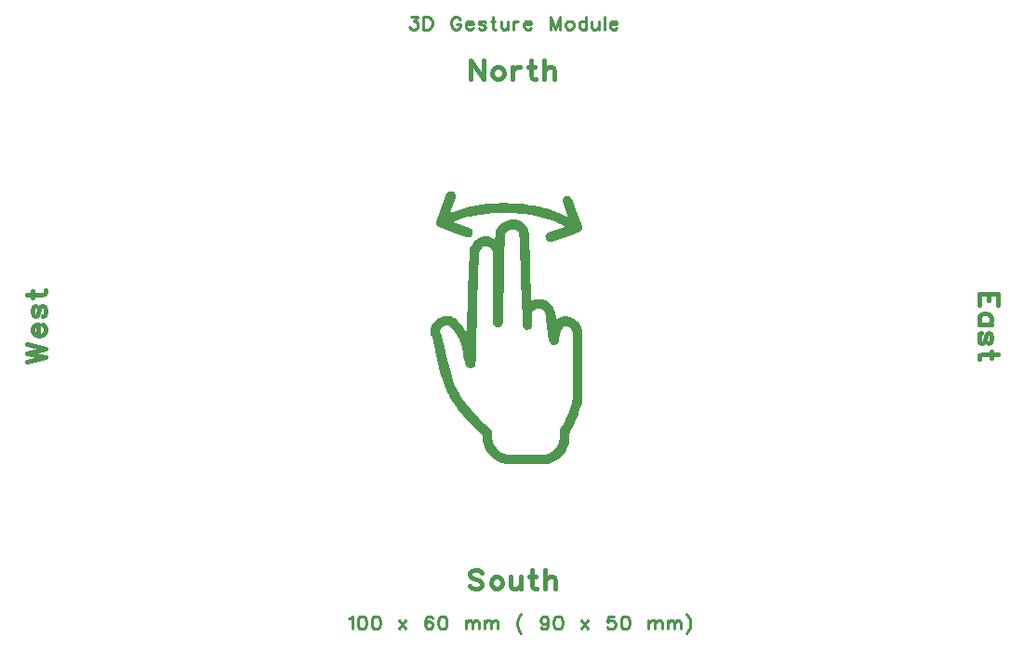
<source format=gto>
G04 Layer: TopSilkscreenLayer*
G04 EasyEDA Pro v2.2.36.5, 2025-02-22 11:45:42*
G04 Gerber Generator version 0.3*
G04 Scale: 100 percent, Rotated: No, Reflected: No*
G04 Dimensions in millimeters*
G04 Leading zeros omitted, absolute positions, 4 integers and 5 decimals*
%FSLAX45Y45*%
%MOMM*%
%ADD10C,0.4*%
%ADD11C,0.254*%
G75*


G04 Image Start*
G36*
G01X5300502Y1741759D02*
G01X5132519Y1741181D01*
G01X4964537Y1740603D01*
G01X4950224Y1742360D01*
G01X4935910Y1744116D01*
G01X4918554Y1748669D01*
G01X4901198Y1753222D01*
G01X4883896Y1760608D01*
G01X4866593Y1767995D01*
G01X4854127Y1775534D01*
G01X4841661Y1783073D01*
G01X4829995Y1791706D01*
G01X4818330Y1800338D01*
G01X4801998Y1816875D01*
G01X4785667Y1833412D01*
G01X4775206Y1848150D01*
G01X4764746Y1862889D01*
G01X4755475Y1881552D01*
G01X4746205Y1900216D01*
G01X4736730Y1928992D01*
G01X4733383Y1944932D01*
G01X4730036Y1960872D01*
G01X4729076Y1984325D01*
G01X4728117Y2007779D01*
G01X4690788Y2041729D01*
G01X4652543Y2079842D01*
G01X4614299Y2117956D01*
G01X4598683Y2135064D01*
G01X4583067Y2152172D01*
G01X4567204Y2170058D01*
G01X4551342Y2187944D01*
G01X4527571Y2217495D01*
G01X4503801Y2247045D01*
G01X4490634Y2264931D01*
G01X4477466Y2282817D01*
G01X4464851Y2301480D01*
G01X4452235Y2320144D01*
G01X4437249Y2345028D01*
G01X4422264Y2369913D01*
G01X4410121Y2394798D01*
G01X4397977Y2419682D01*
G01X4385058Y2451601D01*
G01X4371957Y2490854D01*
G01X4358856Y2530107D01*
G01X4343056Y2585198D01*
G01X4333864Y2622197D01*
G01X4324671Y2659196D01*
G01X4316631Y2697301D01*
G01X4308591Y2735405D01*
G01X4298703Y2780509D01*
G01X4288816Y2825612D01*
G01X4283308Y2845831D01*
G01X4277800Y2866050D01*
G01X4268519Y2891712D01*
G01X4259237Y2917374D01*
G01X4256869Y2928752D01*
G01X4254500Y2940129D01*
G01X4254500Y2967143D01*
G01X4342380Y2967143D01*
G01X4342699Y2943814D01*
G01X4349098Y2928028D01*
G01X4355496Y2912242D01*
G01X4369808Y2864494D01*
G01X4375150Y2842466D01*
G01X4380493Y2820437D01*
G01X4393742Y2757703D01*
G01X4406992Y2694968D01*
G01X4414137Y2664640D01*
G01X4421282Y2634312D01*
G01X4438277Y2572100D01*
G01X4458505Y2508334D01*
G01X4477093Y2458564D01*
G01X4488531Y2435235D01*
G01X4499970Y2411906D01*
G01X4513936Y2388576D01*
G01X4527902Y2365247D01*
G01X4546602Y2338593D01*
G01X4565303Y2311940D01*
G01X4579794Y2293490D01*
G01X4594285Y2275040D01*
G01X4601321Y2266486D01*
G01X4608356Y2257932D01*
G01X4626605Y2236667D01*
G01X4644853Y2215401D01*
G01X4669551Y2189231D01*
G01X4694250Y2163060D01*
G01X4711961Y2145159D01*
G01X4729673Y2127258D01*
G01X4749135Y2108609D01*
G01X4768597Y2089961D01*
G01X4807963Y2054924D01*
G01X4811564Y2047558D01*
G01X4815165Y2040192D01*
G01X4816182Y2006753D01*
G01X4817199Y1973314D01*
G01X4819608Y1962428D01*
G01X4822017Y1951540D01*
G01X4826484Y1938927D01*
G01X4830951Y1926313D01*
G01X4837861Y1914233D01*
G01X4844772Y1902152D01*
G01X4854960Y1889519D01*
G01X4865148Y1876886D01*
G01X4890264Y1856668D01*
G01X4902209Y1849835D01*
G01X4914155Y1843001D01*
G01X4924570Y1839205D01*
G01X4934984Y1835409D01*
G01X4946650Y1832120D01*
G01X4946650Y1832120D01*
G01X4958316Y1828831D01*
G01X5272505Y1827766D01*
G01X5289320Y1830231D01*
G01X5306135Y1832696D01*
G01X5317317Y1836709D01*
G01X5328499Y1840723D01*
G01X5339079Y1845929D01*
G01X5349659Y1851136D01*
G01X5370801Y1865320D01*
G01X5381371Y1875769D01*
G01X5391940Y1886218D01*
G01X5400139Y1897232D01*
G01X5408336Y1908246D01*
G01X5413881Y1919124D01*
G01X5419425Y1930003D01*
G01X5423411Y1940592D01*
G01X5427397Y1951181D01*
G01X5432411Y1973314D01*
G01X5433366Y2018418D01*
G01X5434322Y2063521D01*
G01X5436790Y2068965D01*
G01X5439257Y2074408D01*
G01X5448748Y2087628D01*
G01X5458240Y2100848D01*
G01X5465166Y2112513D01*
G01X5472091Y2124178D01*
G01X5482213Y2144396D01*
G01X5492335Y2164615D01*
G01X5513092Y2214384D01*
G01X5538960Y2292149D01*
G01X5545364Y2314876D01*
G01X5551767Y2337604D01*
G01X5551294Y2639154D01*
G01X5550821Y2940704D01*
G01X5548411Y2949258D01*
G01X5546001Y2957812D01*
G01X5541795Y2966033D01*
G01X5537591Y2974254D01*
G01X5532284Y2980127D01*
G01X5526979Y2985999D01*
G01X5519172Y2990248D01*
G01X5511365Y2994497D01*
G01X5496482Y2998807D01*
G01X5487667Y2999858D01*
G01X5478852Y3000908D01*
G01X5467599Y2997195D01*
G01X5455598Y2981141D01*
G01X5444196Y2958310D01*
G01X5438933Y2942508D01*
G01X5433671Y2926706D01*
G01X5429775Y2909598D01*
G01X5425878Y2892490D01*
G01X5421429Y2858125D01*
G01X5418187Y2851769D01*
G01X5414944Y2845413D01*
G01X5410038Y2840507D01*
G01X5405131Y2835601D01*
G01X5392270Y2829009D01*
G01X5381254Y2828289D01*
G01X5370237Y2827569D01*
G01X5363004Y2830769D01*
G01X5355770Y2833968D01*
G01X5350191Y2838224D01*
G01X5344611Y2842479D01*
G01X5336806Y2857881D01*
G01X5334670Y2868186D01*
G01X5332533Y2878492D01*
G01X5326302Y2915819D01*
G01X5320072Y2953146D01*
G01X5316174Y2981141D01*
G01X5312276Y3009136D01*
G01X5310670Y3023912D01*
G01X5309063Y3038687D01*
G01X5306088Y3094677D01*
G01X5303002Y3106605D01*
G01X5299916Y3118532D01*
G01X5296501Y3125268D01*
G01X5293085Y3132004D01*
G01X5286964Y3139347D01*
G01X5280845Y3146690D01*
G01X5270611Y3151728D01*
G01X5260378Y3156765D01*
G01X5246221Y3157375D01*
G01X5232065Y3157986D01*
G01X5213515Y3154539D01*
G01X5204125Y3150097D01*
G01X5194735Y3145655D01*
G01X5181425Y3132455D01*
G01X5176770Y3123453D01*
G01X5179841Y3007960D01*
G01X5176656Y2993112D01*
G01X5172231Y2986134D01*
G01X5167806Y2979157D01*
G01X5161050Y2974541D01*
G01X5154295Y2969926D01*
G01X5148237Y2967951D01*
G01X5142180Y2965976D01*
G01X5123096Y2967508D01*
G01X5116572Y2970835D01*
G01X5110049Y2974163D01*
G01X5098683Y2985529D01*
G01X5092293Y2999805D01*
G01X5089759Y3063571D01*
G01X5078137Y3421288D01*
G01X5066516Y3779004D01*
G01X5063696Y3841215D01*
G01X5056823Y3858320D01*
G01X5051469Y3864854D01*
G01X5046114Y3871389D01*
G01X5026753Y3880635D01*
G01X5011199Y3881749D01*
G01X4999372Y3880628D01*
G01X4987546Y3879507D01*
G01X4978480Y3876321D01*
G01X4969414Y3873135D01*
G01X4960855Y3868062D01*
G01X4952296Y3862989D01*
G01X4934286Y3845183D01*
G01X4933520Y3841643D01*
G01X4932754Y3838105D01*
G01X4927216Y3607922D01*
G01X4921678Y3377740D01*
G01X4917918Y3220655D01*
G01X4914158Y3063571D01*
G01X4913350Y3044130D01*
G01X4912542Y3024689D01*
G01X4910614Y3018671D01*
G01X4908685Y3012654D01*
G01X4894895Y2997317D01*
G01X4888822Y2994219D01*
G01X4882750Y2991121D01*
G01X4872939Y2990205D01*
G01X4863128Y2989289D01*
G01X4854777Y2992063D01*
G01X4846427Y2994836D01*
G01X4830544Y3010718D01*
G01X4827636Y3018481D01*
G01X4824729Y3026244D01*
G01X4823782Y3127338D01*
G01X4822296Y3406250D01*
G01X4820811Y3685162D01*
G01X4816568Y3692400D01*
G01X4812326Y3699638D01*
G01X4805408Y3707034D01*
G01X4798490Y3714430D01*
G01X4791331Y3719171D01*
G01X4784172Y3723912D01*
G01X4776162Y3726241D01*
G01X4768152Y3728569D01*
G01X4747837Y3728725D01*
G01X4733473Y3722371D01*
G01X4719297Y3710756D01*
G01X4705649Y3691631D01*
G01X4700216Y3680105D01*
G01X4694783Y3668578D01*
G01X4681508Y3207435D01*
G01X4668233Y2746292D01*
G01X4666724Y2699185D01*
G01X4665216Y2652077D01*
G01X4661982Y2644749D01*
G01X4658749Y2637422D01*
G01X4647237Y2625528D01*
G01X4640237Y2622243D01*
G01X4633238Y2618958D01*
G01X4621573Y2618859D01*
G01X4609907Y2618759D01*
G01X4602469Y2622559D01*
G01X4595031Y2626359D01*
G01X4578364Y2643831D01*
G01X4568718Y2662940D01*
G01X4564795Y2676475D01*
G01X4560872Y2690010D01*
G01X4554663Y2732927D01*
G01X4548454Y2775843D01*
G01X4546846Y2784397D01*
G01X4545238Y2792951D01*
G01X4542848Y2803838D01*
G01X4540459Y2814725D01*
G01X4527573Y2853607D01*
G01X4514835Y2879269D01*
G01X4502098Y2904932D01*
G01X4489831Y2924460D01*
G01X4477564Y2943988D01*
G01X4465256Y2960232D01*
G01X4452949Y2976475D01*
G01X4439487Y2989951D01*
G01X4426026Y3003427D01*
G01X4420429Y3004972D01*
G01X4414832Y3006517D01*
G01X4402800Y3005024D01*
G01X4390768Y3003530D01*
G01X4367869Y2993998D01*
G01X4358991Y2987325D01*
G01X4350114Y2980652D01*
G01X4346247Y2973898D01*
G01X4342380Y2967143D01*
G01X4254500Y2967143D01*
G01X4254500Y2973645D01*
G01X4257627Y2985947D01*
G01X4260753Y2998249D01*
G01X4266714Y3010719D01*
G01X4272674Y3023189D01*
G01X4280103Y3032493D01*
G01X4287531Y3041797D01*
G01X4295513Y3049319D01*
G01X4303495Y3056842D01*
G01X4328381Y3073127D01*
G01X4355538Y3084731D01*
G01X4370735Y3088676D01*
G01X4385931Y3092620D01*
G01X4403411Y3093476D01*
G01X4420892Y3094332D01*
G01X4445036Y3090466D01*
G01X4453879Y3086889D01*
G01X4462722Y3083312D01*
G01X4470988Y3077823D01*
G01X4479254Y3072333D01*
G01X4490920Y3062325D01*
G01X4502585Y3052318D01*
G01X4527696Y3023134D01*
G01X4539783Y3007075D01*
G01X4551871Y2991016D01*
G01X4563780Y2971864D01*
G01X4575689Y2952713D01*
G01X4580691Y2944375D01*
G01X4585694Y2936038D01*
G01X4585780Y2942259D01*
G01X4585866Y2948480D01*
G01X4596570Y3317138D01*
G01X4607273Y3685796D01*
G01X4611318Y3697846D01*
G01X4615364Y3709895D01*
G01X4626657Y3732345D01*
G01X4635344Y3745565D01*
G01X4644030Y3758785D01*
G01X4657263Y3772530D01*
G01X4670496Y3786275D01*
G01X4682975Y3794429D01*
G01X4695454Y3802584D01*
G01X4714180Y3810740D01*
G01X4723482Y3813325D01*
G01X4732783Y3815910D01*
G01X4751448Y3816680D01*
G01X4770113Y3817450D01*
G01X4783841Y3814874D01*
G01X4797570Y3812297D01*
G01X4823581Y3802886D01*
G01X4833399Y3796945D01*
G01X4843216Y3791004D01*
G01X4844373Y3825441D01*
G01X4845529Y3859879D01*
G01X4847879Y3867813D01*
G01X4850229Y3875748D01*
G01X4856649Y3885699D01*
G01X4863069Y3895650D01*
G01X4881851Y3918017D01*
G01X4902383Y3935119D01*
G01X4907796Y3938779D01*
G01X4913209Y3942438D01*
G01X4921764Y3947308D01*
G01X4930318Y3952178D01*
G01X4938873Y3955579D01*
G01X4947428Y3958979D01*
G01X4958316Y3962114D01*
G01X4969203Y3965248D01*
G01X4983202Y3967326D01*
G01X4997200Y3969403D01*
G01X5017420Y3968740D01*
G01X5037640Y3968077D01*
G01X5054750Y3963505D01*
G01X5061933Y3961208D01*
G01X5069117Y3958911D01*
G01X5075932Y3955446D01*
G01X5082747Y3951980D01*
G01X5091893Y3945783D01*
G01X5101040Y3939584D01*
G01X5119119Y3921224D01*
G01X5126024Y3910770D01*
G01X5132929Y3900316D01*
G01X5136848Y3892506D01*
G01X5140767Y3884696D01*
G01X5144131Y3874620D01*
G01X5147495Y3864545D01*
G01X5149734Y3853658D01*
G01X5151974Y3842770D01*
G01X5162131Y3538788D01*
G01X5172289Y3234805D01*
G01X5172846Y3234248D01*
G01X5173403Y3233691D01*
G01X5183078Y3236867D01*
G01X5192754Y3240043D01*
G01X5204632Y3242564D01*
G01X5216511Y3245086D01*
G01X5239842Y3245112D01*
G01X5263173Y3245137D01*
G01X5274941Y3242746D01*
G01X5286709Y3240356D01*
G01X5299176Y3235548D01*
G01X5311643Y3230741D01*
G01X5321252Y3224921D01*
G01X5330860Y3219100D01*
G01X5350947Y3201116D01*
G01X5365055Y3182781D01*
G01X5371171Y3171390D01*
G01X5377286Y3159999D01*
G01X5380671Y3151445D01*
G01X5384056Y3142891D01*
G01X5386982Y3132463D01*
G01X5389909Y3122035D01*
G01X5392193Y3107578D01*
G01X5394476Y3093122D01*
G01X5395541Y3071798D01*
G01X5396605Y3050473D01*
G01X5407220Y3060301D01*
G01X5417836Y3070128D01*
G01X5443598Y3083136D01*
G01X5452153Y3085388D01*
G01X5460708Y3087641D01*
G01X5480388Y3087660D01*
G01X5500069Y3087678D01*
G01X5514607Y3084729D01*
G01X5529145Y3081779D01*
G01X5540033Y3077656D01*
G01X5550920Y3073533D01*
G01X5560921Y3068039D01*
G01X5570922Y3062545D01*
G01X5579685Y3055803D01*
G01X5588448Y3049060D01*
G01X5597321Y3039477D01*
G01X5606195Y3029893D01*
G01X5611557Y3021511D01*
G01X5616920Y3013128D01*
G01X5620897Y3005279D01*
G01X5624874Y2997431D01*
G01X5629441Y2983800D01*
G01X5634009Y2970168D01*
G01X5636398Y2955436D01*
G01X5638788Y2940704D01*
G01X5638794Y2632238D01*
G01X5638800Y2323773D01*
G01X5632397Y2298370D01*
G01X5621443Y2261043D01*
G01X5605973Y2212829D01*
G01X5599699Y2195721D01*
G01X5593425Y2178613D01*
G01X5577731Y2139730D01*
G01X5564942Y2113134D01*
G01X5552153Y2086538D01*
G01X5543142Y2071141D01*
G01X5534130Y2055745D01*
G01X5528001Y2046928D01*
G01X5521872Y2038112D01*
G01X5521267Y2004906D01*
G01X5520660Y1971700D01*
G01X5517493Y1953174D01*
G01X5514325Y1934648D01*
G01X5508254Y1916491D01*
G01X5502183Y1898334D01*
G01X5494870Y1883722D01*
G01X5487557Y1869110D01*
G01X5479473Y1856668D01*
G01X5471389Y1844226D01*
G01X5459216Y1829723D01*
G01X5447043Y1815220D01*
G01X5417431Y1790323D01*
G01X5395316Y1775401D01*
G01X5363149Y1759260D01*
G01X5346837Y1753802D01*
G01X5330525Y1748344D01*
G01X5315514Y1745052D01*
G01X5300502Y1741759D01*
G37*
G36*
G01X5572696Y3845399D02*
G01X5555587Y3839171D01*
G01X5456041Y3802866D01*
G01X5356496Y3766561D01*
G01X5344053Y3766598D01*
G01X5331610Y3766635D01*
G01X5326166Y3769492D01*
G01X5320722Y3772348D01*
G01X5308793Y3783669D01*
G01X5305608Y3789845D01*
G01X5302422Y3796020D01*
G01X5301677Y3805398D01*
G01X5300933Y3814775D01*
G01X5304380Y3827512D01*
G01X5308698Y3833939D01*
G01X5313015Y3840368D01*
G01X5319202Y3844878D01*
G01X5325388Y3849390D01*
G01X5399269Y3876066D01*
G01X5473151Y3902743D01*
G01X5476230Y3904006D01*
G01X5479310Y3905269D01*
G01X5472342Y3909678D01*
G01X5465374Y3914087D01*
G01X5440488Y3926911D01*
G01X5415601Y3939735D01*
G01X5389774Y3950689D01*
G01X5363947Y3961642D01*
G01X5330669Y3972704D01*
G01X5297391Y3983766D01*
G01X5267839Y3991319D01*
G01X5238286Y3998872D01*
G01X5207178Y4005127D01*
G01X5176071Y4011381D01*
G01X5150407Y4015293D01*
G01X5124742Y4019205D01*
G01X5106856Y4021520D01*
G01X5088968Y4023834D01*
G01X5060971Y4026192D01*
G01X5032975Y4028551D01*
G01X5006204Y4030144D01*
G01X4979433Y4031738D01*
G01X4884890Y4031738D01*
G01X4853166Y4030162D01*
G01X4821441Y4028587D01*
G01X4767002Y4023792D01*
G01X4743671Y4020750D01*
G01X4720340Y4017707D01*
G01X4704978Y4015327D01*
G01X4689616Y4012947D01*
G01X4665316Y4008325D01*
G01X4641015Y4003701D01*
G01X4616129Y3998154D01*
G01X4591243Y3992607D01*
G01X4536804Y3976995D01*
G01X4516584Y3970010D01*
G01X4496364Y3963026D01*
G01X4464528Y3950646D01*
G01X4463061Y3948273D01*
G01X4599020Y3899125D01*
G01X4621559Y3889922D01*
G01X4633848Y3875962D01*
G01X4636459Y3868101D01*
G01X4639070Y3860240D01*
G01X4638332Y3849950D01*
G01X4637593Y3839660D01*
G01X4634380Y3833369D01*
G01X4631167Y3827078D01*
G01X4624157Y3820616D01*
G01X4617146Y3814154D01*
G01X4599289Y3808963D01*
G01X4591335Y3809898D01*
G01X4583382Y3810833D01*
G01X4459386Y3855921D01*
G01X4335389Y3901009D01*
G01X4330905Y3903328D01*
G01X4326421Y3905647D01*
G01X4321492Y3909794D01*
G01X4316563Y3913941D01*
G01X4312416Y3921904D01*
G01X4308269Y3929867D01*
G01X4308161Y3953196D01*
G01X4338023Y4034848D01*
G01X4367886Y4116501D01*
G01X4384297Y4161404D01*
G01X4400707Y4206306D01*
G01X4400707Y4207555D01*
G01X4407317Y4214755D01*
G01X4413928Y4221955D01*
G01X4421705Y4225592D01*
G01X4429482Y4229229D01*
G01X4438814Y4229236D01*
G01X4448146Y4229242D01*
G01X4459733Y4226025D01*
G01X4466350Y4220978D01*
G01X4472966Y4215932D01*
G01X4477250Y4208987D01*
G01X4481535Y4202042D01*
G01X4483025Y4194145D01*
G01X4484516Y4186248D01*
G01X4480595Y4167826D01*
G01X4464050Y4122722D01*
G01X4447505Y4077619D01*
G01X4439146Y4054906D01*
G01X4430787Y4032194D01*
G01X4444039Y4037538D01*
G01X4457291Y4042881D01*
G01X4482271Y4051382D01*
G01X4507251Y4059883D01*
G01X4536631Y4068405D01*
G01X4566011Y4076926D01*
G01X4589514Y4082230D01*
G01X4613018Y4087535D01*
G01X4636349Y4092260D01*
G01X4659680Y4096986D01*
G01X4731228Y4107747D01*
G01X4761558Y4110954D01*
G01X4791888Y4114161D01*
G01X4812109Y4115677D01*
G01X4832329Y4117192D01*
G01X4934819Y4120935D01*
G01X4980008Y4119045D01*
G01X5025198Y4117154D01*
G01X5053194Y4114940D01*
G01X5081191Y4112726D01*
G01X5135618Y4106244D01*
G01X5162066Y4102328D01*
G01X5188514Y4098413D01*
G01X5242952Y4087530D01*
G01X5268617Y4081366D01*
G01X5294280Y4075202D01*
G01X5316056Y4069103D01*
G01X5337831Y4063005D01*
G01X5397030Y4042814D01*
G01X5421092Y4032779D01*
G01X5445154Y4022744D01*
G01X5461485Y4015026D01*
G01X5477817Y4007307D01*
G01X5492454Y3999295D01*
G01X5507092Y3991282D01*
G01X5507442Y3991680D01*
G01X5507793Y3992078D01*
G01X5482228Y4062066D01*
G01X5456662Y4132054D01*
G01X5456604Y4142407D01*
G01X5456545Y4152759D01*
G01X5459553Y4159515D01*
G01X5462562Y4166270D01*
G01X5469034Y4172708D01*
G01X5475506Y4179146D01*
G01X5481208Y4181852D01*
G01X5486910Y4184557D01*
G01X5496538Y4185330D01*
G01X5506165Y4186103D01*
G01X5521708Y4180941D01*
G01X5528038Y4175523D01*
G01X5534368Y4170105D01*
G01X5537458Y4165077D01*
G01X5540547Y4160049D01*
G01X5586077Y4035626D01*
G01X5631608Y3911203D01*
G01X5631704Y3897983D01*
G01X5631801Y3884763D01*
G01X5627534Y3877506D01*
G01X5623268Y3870249D01*
G01X5610365Y3859206D01*
G01X5600085Y3855416D01*
G01X5589805Y3851627D01*
G01X5572696Y3845399D01*
G37*
G04 Image End*

G04 Text Start*
G54D10*
G01X4622589Y5417396D02*
G01X4622589Y5246962D01*
G01X4622589Y5417396D02*
G01X4736381Y5246962D01*
G01X4736381Y5417396D02*
G01X4736381Y5246962D01*
G01X4856015Y5360500D02*
G01X4839759Y5352626D01*
G01X4823503Y5336370D01*
G01X4815375Y5311986D01*
G01X4815375Y5295730D01*
G01X4823503Y5271346D01*
G01X4839759Y5255090D01*
G01X4856015Y5246962D01*
G01X4880399Y5246962D01*
G01X4896655Y5255090D01*
G01X4912911Y5271346D01*
G01X4921039Y5295730D01*
G01X4921039Y5311986D01*
G01X4912911Y5336370D01*
G01X4896655Y5352626D01*
G01X4880399Y5360500D01*
G01X4856015Y5360500D01*
G01X5000033Y5360500D02*
G01X5000033Y5246962D01*
G01X5000033Y5311986D02*
G01X5008161Y5336370D01*
G01X5024417Y5352626D01*
G01X5040673Y5360500D01*
G01X5065057Y5360500D01*
G01X5168435Y5417396D02*
G01X5168435Y5279474D01*
G01X5176563Y5255090D01*
G01X5192819Y5246962D01*
G01X5209075Y5246962D01*
G01X5144051Y5360500D02*
G01X5200947Y5360500D01*
G01X5288069Y5417396D02*
G01X5288069Y5246962D01*
G01X5288069Y5328242D02*
G01X5312453Y5352626D01*
G01X5328709Y5360500D01*
G01X5353093Y5360500D01*
G01X5369349Y5352626D01*
G01X5377477Y5328242D01*
G01X5377477Y5246962D01*
G01X4724189Y753012D02*
G01X4707933Y769268D01*
G01X4683549Y777396D01*
G01X4651037Y777396D01*
G01X4626653Y769268D01*
G01X4610397Y753012D01*
G01X4610397Y736756D01*
G01X4618525Y720500D01*
G01X4626653Y712626D01*
G01X4642909Y704498D01*
G01X4691677Y688242D01*
G01X4707933Y680114D01*
G01X4716061Y671986D01*
G01X4724189Y655730D01*
G01X4724189Y631346D01*
G01X4707933Y615090D01*
G01X4683549Y606962D01*
G01X4651037Y606962D01*
G01X4626653Y615090D01*
G01X4610397Y631346D01*
G01X4843823Y720500D02*
G01X4827567Y712626D01*
G01X4811311Y696370D01*
G01X4803183Y671986D01*
G01X4803183Y655730D01*
G01X4811311Y631346D01*
G01X4827567Y615090D01*
G01X4843823Y606962D01*
G01X4868207Y606962D01*
G01X4884463Y615090D01*
G01X4900719Y631346D01*
G01X4908847Y655730D01*
G01X4908847Y671986D01*
G01X4900719Y696370D01*
G01X4884463Y712626D01*
G01X4868207Y720500D01*
G01X4843823Y720500D01*
G01X4987841Y720500D02*
G01X4987841Y639474D01*
G01X4995969Y615090D01*
G01X5012225Y606962D01*
G01X5036609Y606962D01*
G01X5052865Y615090D01*
G01X5077249Y639474D01*
G01X5077249Y720500D02*
G01X5077249Y606962D01*
G01X5180627Y777396D02*
G01X5180627Y639474D01*
G01X5188755Y615090D01*
G01X5205011Y606962D01*
G01X5221267Y606962D01*
G01X5156243Y720500D02*
G01X5213139Y720500D01*
G01X5300261Y777396D02*
G01X5300261Y606962D01*
G01X5300261Y688242D02*
G01X5324645Y712626D01*
G01X5340901Y720500D01*
G01X5365285Y720500D01*
G01X5381541Y712626D01*
G01X5389669Y688242D01*
G01X5389669Y606962D01*
G01X577604Y2674278D02*
G01X748038Y2714918D01*
G01X577604Y2755558D02*
G01X748038Y2714918D01*
G01X577604Y2755558D02*
G01X748038Y2796198D01*
G01X577604Y2836838D02*
G01X748038Y2796198D01*
G01X683014Y2915832D02*
G01X683014Y3013368D01*
G01X666758Y3013368D01*
G01X650502Y3005240D01*
G01X642374Y2997112D01*
G01X634500Y2980856D01*
G01X634500Y2956472D01*
G01X642374Y2940216D01*
G01X658630Y2923960D01*
G01X683014Y2915832D01*
G01X699270Y2915832D01*
G01X723654Y2923960D01*
G01X739910Y2940216D01*
G01X748038Y2956472D01*
G01X748038Y2980856D01*
G01X739910Y2997112D01*
G01X723654Y3013368D01*
G01X658630Y3181770D02*
G01X642374Y3173642D01*
G01X634500Y3149258D01*
G01X634500Y3124874D01*
G01X642374Y3100490D01*
G01X658630Y3092362D01*
G01X674886Y3100490D01*
G01X683014Y3116746D01*
G01X691142Y3157386D01*
G01X699270Y3173642D01*
G01X715526Y3181770D01*
G01X723654Y3181770D01*
G01X739910Y3173642D01*
G01X748038Y3149258D01*
G01X748038Y3124874D01*
G01X739910Y3100490D01*
G01X723654Y3092362D01*
G01X577604Y3285148D02*
G01X715526Y3285148D01*
G01X739910Y3293276D01*
G01X748038Y3309532D01*
G01X748038Y3325788D01*
G01X634500Y3260764D02*
G01X634500Y3317660D01*
G01X9417396Y3297274D02*
G01X9246962Y3297274D01*
G01X9417396Y3297274D02*
G01X9417396Y3191610D01*
G01X9336370Y3297274D02*
G01X9336370Y3232250D01*
G01X9246962Y3297274D02*
G01X9246962Y3191610D01*
G01X9360500Y3015080D02*
G01X9246962Y3015080D01*
G01X9336370Y3015080D02*
G01X9352626Y3031336D01*
G01X9360500Y3047592D01*
G01X9360500Y3071976D01*
G01X9352626Y3088232D01*
G01X9336370Y3104488D01*
G01X9311986Y3112616D01*
G01X9295730Y3112616D01*
G01X9271346Y3104488D01*
G01X9255090Y3088232D01*
G01X9246962Y3071976D01*
G01X9246962Y3047592D01*
G01X9255090Y3031336D01*
G01X9271346Y3015080D01*
G01X9336370Y2846678D02*
G01X9352626Y2854806D01*
G01X9360500Y2879190D01*
G01X9360500Y2903574D01*
G01X9352626Y2927958D01*
G01X9336370Y2936086D01*
G01X9320114Y2927958D01*
G01X9311986Y2911702D01*
G01X9303858Y2871062D01*
G01X9295730Y2854806D01*
G01X9279474Y2846678D01*
G01X9271346Y2846678D01*
G01X9255090Y2854806D01*
G01X9246962Y2879190D01*
G01X9246962Y2903574D01*
G01X9255090Y2927958D01*
G01X9271346Y2936086D01*
G01X9417396Y2743300D02*
G01X9279474Y2743300D01*
G01X9255090Y2735172D01*
G01X9246962Y2718916D01*
G01X9246962Y2702660D01*
G01X9360500Y2767684D02*
G01X9360500Y2710788D01*
G54D11*
G01X4074922Y5816854D02*
G01X4134866Y5816854D01*
G01X4102100Y5773420D01*
G01X4118610Y5773420D01*
G01X4129532Y5767832D01*
G01X4134866Y5762498D01*
G01X4140454Y5745988D01*
G01X4140454Y5735066D01*
G01X4134866Y5718810D01*
G01X4123944Y5707888D01*
G01X4107688Y5702300D01*
G01X4091178Y5702300D01*
G01X4074922Y5707888D01*
G01X4069334Y5713222D01*
G01X4064000Y5724144D01*
G01X4192016Y5816854D02*
G01X4192016Y5702300D01*
G01X4192016Y5816854D02*
G01X4230116Y5816854D01*
G01X4246626Y5811520D01*
G01X4257548Y5800598D01*
G01X4262882Y5789676D01*
G01X4268470Y5773420D01*
G01X4268470Y5745988D01*
G01X4262882Y5729732D01*
G01X4257548Y5718810D01*
G01X4246626Y5707888D01*
G01X4230116Y5702300D01*
G01X4192016Y5702300D01*
G01X4524248Y5789676D02*
G01X4518660Y5800598D01*
G01X4507738Y5811520D01*
G01X4496816Y5816854D01*
G01X4474972Y5816854D01*
G01X4464050Y5811520D01*
G01X4453128Y5800598D01*
G01X4447794Y5789676D01*
G01X4442206Y5773420D01*
G01X4442206Y5745988D01*
G01X4447794Y5729732D01*
G01X4453128Y5718810D01*
G01X4464050Y5707888D01*
G01X4474972Y5702300D01*
G01X4496816Y5702300D01*
G01X4507738Y5707888D01*
G01X4518660Y5718810D01*
G01X4524248Y5729732D01*
G01X4524248Y5745988D01*
G01X4496816Y5745988D02*
G01X4524248Y5745988D01*
G01X4575810Y5745988D02*
G01X4641342Y5745988D01*
G01X4641342Y5756910D01*
G01X4635754Y5767832D01*
G01X4630420Y5773420D01*
G01X4619498Y5778754D01*
G01X4603242Y5778754D01*
G01X4592320Y5773420D01*
G01X4581398Y5762498D01*
G01X4575810Y5745988D01*
G01X4575810Y5735066D01*
G01X4581398Y5718810D01*
G01X4592320Y5707888D01*
G01X4603242Y5702300D01*
G01X4619498Y5702300D01*
G01X4630420Y5707888D01*
G01X4641342Y5718810D01*
G01X4752848Y5762498D02*
G01X4747514Y5773420D01*
G01X4731004Y5778754D01*
G01X4714748Y5778754D01*
G01X4698492Y5773420D01*
G01X4692904Y5762498D01*
G01X4698492Y5751576D01*
G01X4709414Y5745988D01*
G01X4736592Y5740654D01*
G01X4747514Y5735066D01*
G01X4752848Y5724144D01*
G01X4752848Y5718810D01*
G01X4747514Y5707888D01*
G01X4731004Y5702300D01*
G01X4714748Y5702300D01*
G01X4698492Y5707888D01*
G01X4692904Y5718810D01*
G01X4820920Y5816854D02*
G01X4820920Y5724144D01*
G01X4826254Y5707888D01*
G01X4837176Y5702300D01*
G01X4848098Y5702300D01*
G01X4804410Y5778754D02*
G01X4842510Y5778754D01*
G01X4899660Y5778754D02*
G01X4899660Y5724144D01*
G01X4905248Y5707888D01*
G01X4916170Y5702300D01*
G01X4932426Y5702300D01*
G01X4943348Y5707888D01*
G01X4959604Y5724144D01*
G01X4959604Y5778754D02*
G01X4959604Y5702300D01*
G01X5011166Y5778754D02*
G01X5011166Y5702300D01*
G01X5011166Y5745988D02*
G01X5016754Y5762498D01*
G01X5027676Y5773420D01*
G01X5038598Y5778754D01*
G01X5054854Y5778754D01*
G01X5106416Y5745988D02*
G01X5171948Y5745988D01*
G01X5171948Y5756910D01*
G01X5166360Y5767832D01*
G01X5161026Y5773420D01*
G01X5150104Y5778754D01*
G01X5133848Y5778754D01*
G01X5122926Y5773420D01*
G01X5112004Y5762498D01*
G01X5106416Y5745988D01*
G01X5106416Y5735066D01*
G01X5112004Y5718810D01*
G01X5122926Y5707888D01*
G01X5133848Y5702300D01*
G01X5150104Y5702300D01*
G01X5161026Y5707888D01*
G01X5171948Y5718810D01*
G01X5345684Y5816854D02*
G01X5345684Y5702300D01*
G01X5345684Y5816854D02*
G01X5389372Y5702300D01*
G01X5433060Y5816854D02*
G01X5389372Y5702300D01*
G01X5433060Y5816854D02*
G01X5433060Y5702300D01*
G01X5512054Y5778754D02*
G01X5501132Y5773420D01*
G01X5490210Y5762498D01*
G01X5484622Y5745988D01*
G01X5484622Y5735066D01*
G01X5490210Y5718810D01*
G01X5501132Y5707888D01*
G01X5512054Y5702300D01*
G01X5528310Y5702300D01*
G01X5539232Y5707888D01*
G01X5550154Y5718810D01*
G01X5555488Y5735066D01*
G01X5555488Y5745988D01*
G01X5550154Y5762498D01*
G01X5539232Y5773420D01*
G01X5528310Y5778754D01*
G01X5512054Y5778754D01*
G01X5672582Y5816854D02*
G01X5672582Y5702300D01*
G01X5672582Y5762498D02*
G01X5661660Y5773420D01*
G01X5650738Y5778754D01*
G01X5634482Y5778754D01*
G01X5623560Y5773420D01*
G01X5612638Y5762498D01*
G01X5607050Y5745988D01*
G01X5607050Y5735066D01*
G01X5612638Y5718810D01*
G01X5623560Y5707888D01*
G01X5634482Y5702300D01*
G01X5650738Y5702300D01*
G01X5661660Y5707888D01*
G01X5672582Y5718810D01*
G01X5724144Y5778754D02*
G01X5724144Y5724144D01*
G01X5729732Y5707888D01*
G01X5740654Y5702300D01*
G01X5756910Y5702300D01*
G01X5767832Y5707888D01*
G01X5784088Y5724144D01*
G01X5784088Y5778754D02*
G01X5784088Y5702300D01*
G01X5835650Y5816854D02*
G01X5835650Y5702300D01*
G01X5887212Y5745988D02*
G01X5952744Y5745988D01*
G01X5952744Y5756910D01*
G01X5947410Y5767832D01*
G01X5941822Y5773420D01*
G01X5930900Y5778754D01*
G01X5914644Y5778754D01*
G01X5903722Y5773420D01*
G01X5892800Y5762498D01*
G01X5887212Y5745988D01*
G01X5887212Y5735066D01*
G01X5892800Y5718810D01*
G01X5903722Y5707888D01*
G01X5914644Y5702300D01*
G01X5930900Y5702300D01*
G01X5941822Y5707888D01*
G01X5952744Y5718810D01*
G01X3513328Y335864D02*
G01X3524250Y341198D01*
G01X3540506Y357454D01*
G01X3540506Y242900D01*
G01X3624834Y357454D02*
G01X3608578Y352120D01*
G01X3597656Y335864D01*
G01X3592068Y308432D01*
G01X3592068Y292176D01*
G01X3597656Y264744D01*
G01X3608578Y248488D01*
G01X3624834Y242900D01*
G01X3635756Y242900D01*
G01X3652012Y248488D01*
G01X3662934Y264744D01*
G01X3668522Y292176D01*
G01X3668522Y308432D01*
G01X3662934Y335864D01*
G01X3652012Y352120D01*
G01X3635756Y357454D01*
G01X3624834Y357454D01*
G01X3752850Y357454D02*
G01X3736594Y352120D01*
G01X3725672Y335864D01*
G01X3720084Y308432D01*
G01X3720084Y292176D01*
G01X3725672Y264744D01*
G01X3736594Y248488D01*
G01X3752850Y242900D01*
G01X3763772Y242900D01*
G01X3780028Y248488D01*
G01X3790950Y264744D01*
G01X3796538Y292176D01*
G01X3796538Y308432D01*
G01X3790950Y335864D01*
G01X3780028Y352120D01*
G01X3763772Y357454D01*
G01X3752850Y357454D01*
G01X3970274Y319354D02*
G01X4030472Y242900D01*
G01X4030472Y319354D02*
G01X3970274Y242900D01*
G01X4269740Y341198D02*
G01X4264406Y352120D01*
G01X4247896Y357454D01*
G01X4236974Y357454D01*
G01X4220718Y352120D01*
G01X4209796Y335864D01*
G01X4204208Y308432D01*
G01X4204208Y281254D01*
G01X4209796Y259410D01*
G01X4220718Y248488D01*
G01X4236974Y242900D01*
G01X4242562Y242900D01*
G01X4258818Y248488D01*
G01X4269740Y259410D01*
G01X4275328Y275666D01*
G01X4275328Y281254D01*
G01X4269740Y297510D01*
G01X4258818Y308432D01*
G01X4242562Y314020D01*
G01X4236974Y314020D01*
G01X4220718Y308432D01*
G01X4209796Y297510D01*
G01X4204208Y281254D01*
G01X4359656Y357454D02*
G01X4343400Y352120D01*
G01X4332478Y335864D01*
G01X4326890Y308432D01*
G01X4326890Y292176D01*
G01X4332478Y264744D01*
G01X4343400Y248488D01*
G01X4359656Y242900D01*
G01X4370578Y242900D01*
G01X4386834Y248488D01*
G01X4397756Y264744D01*
G01X4403344Y292176D01*
G01X4403344Y308432D01*
G01X4397756Y335864D01*
G01X4386834Y352120D01*
G01X4370578Y357454D01*
G01X4359656Y357454D01*
G01X4577080Y319354D02*
G01X4577080Y242900D01*
G01X4577080Y297510D02*
G01X4593590Y314020D01*
G01X4604512Y319354D01*
G01X4620768Y319354D01*
G01X4631690Y314020D01*
G01X4637278Y297510D01*
G01X4637278Y242900D01*
G01X4637278Y297510D02*
G01X4653534Y314020D01*
G01X4664456Y319354D01*
G01X4680712Y319354D01*
G01X4691634Y314020D01*
G01X4697222Y297510D01*
G01X4697222Y242900D01*
G01X4748784Y319354D02*
G01X4748784Y242900D01*
G01X4748784Y297510D02*
G01X4765294Y314020D01*
G01X4776216Y319354D01*
G01X4792472Y319354D01*
G01X4803394Y314020D01*
G01X4808728Y297510D01*
G01X4808728Y242900D01*
G01X4808728Y297510D02*
G01X4825238Y314020D01*
G01X4836160Y319354D01*
G01X4852416Y319354D01*
G01X4863338Y314020D01*
G01X4868926Y297510D01*
G01X4868926Y242900D01*
G01X5081016Y379298D02*
G01X5070094Y368376D01*
G01X5059172Y352120D01*
G01X5048250Y330276D01*
G01X5042662Y303098D01*
G01X5042662Y281254D01*
G01X5048250Y253822D01*
G01X5059172Y231978D01*
G01X5070094Y215722D01*
G01X5081016Y204800D01*
G01X5325872Y319354D02*
G01X5320284Y303098D01*
G01X5309362Y292176D01*
G01X5293106Y286588D01*
G01X5287518Y286588D01*
G01X5271262Y292176D01*
G01X5260340Y303098D01*
G01X5254752Y319354D01*
G01X5254752Y324942D01*
G01X5260340Y341198D01*
G01X5271262Y352120D01*
G01X5287518Y357454D01*
G01X5293106Y357454D01*
G01X5309362Y352120D01*
G01X5320284Y341198D01*
G01X5325872Y319354D01*
G01X5325872Y292176D01*
G01X5320284Y264744D01*
G01X5309362Y248488D01*
G01X5293106Y242900D01*
G01X5282184Y242900D01*
G01X5265674Y248488D01*
G01X5260340Y259410D01*
G01X5410200Y357454D02*
G01X5393944Y352120D01*
G01X5383022Y335864D01*
G01X5377434Y308432D01*
G01X5377434Y292176D01*
G01X5383022Y264744D01*
G01X5393944Y248488D01*
G01X5410200Y242900D01*
G01X5421122Y242900D01*
G01X5437378Y248488D01*
G01X5448300Y264744D01*
G01X5453888Y292176D01*
G01X5453888Y308432D01*
G01X5448300Y335864D01*
G01X5437378Y352120D01*
G01X5421122Y357454D01*
G01X5410200Y357454D01*
G01X5627624Y319354D02*
G01X5687822Y242900D01*
G01X5687822Y319354D02*
G01X5627624Y242900D01*
G01X5927090Y357454D02*
G01X5872480Y357454D01*
G01X5867146Y308432D01*
G01X5872480Y314020D01*
G01X5888990Y319354D01*
G01X5905246Y319354D01*
G01X5921756Y314020D01*
G01X5932678Y303098D01*
G01X5938012Y286588D01*
G01X5938012Y275666D01*
G01X5932678Y259410D01*
G01X5921756Y248488D01*
G01X5905246Y242900D01*
G01X5888990Y242900D01*
G01X5872480Y248488D01*
G01X5867146Y253822D01*
G01X5861558Y264744D01*
G01X6022340Y357454D02*
G01X6006084Y352120D01*
G01X5995162Y335864D01*
G01X5989574Y308432D01*
G01X5989574Y292176D01*
G01X5995162Y264744D01*
G01X6006084Y248488D01*
G01X6022340Y242900D01*
G01X6033262Y242900D01*
G01X6049518Y248488D01*
G01X6060440Y264744D01*
G01X6066028Y292176D01*
G01X6066028Y308432D01*
G01X6060440Y335864D01*
G01X6049518Y352120D01*
G01X6033262Y357454D01*
G01X6022340Y357454D01*
G01X6239764Y319354D02*
G01X6239764Y242900D01*
G01X6239764Y297510D02*
G01X6256274Y314020D01*
G01X6267196Y319354D01*
G01X6283452Y319354D01*
G01X6294374Y314020D01*
G01X6299962Y297510D01*
G01X6299962Y242900D01*
G01X6299962Y297510D02*
G01X6316218Y314020D01*
G01X6327140Y319354D01*
G01X6343396Y319354D01*
G01X6354318Y314020D01*
G01X6359906Y297510D01*
G01X6359906Y242900D01*
G01X6411468Y319354D02*
G01X6411468Y242900D01*
G01X6411468Y297510D02*
G01X6427978Y314020D01*
G01X6438900Y319354D01*
G01X6455156Y319354D01*
G01X6466078Y314020D01*
G01X6471412Y297510D01*
G01X6471412Y242900D01*
G01X6471412Y297510D02*
G01X6487922Y314020D01*
G01X6498844Y319354D01*
G01X6515100Y319354D01*
G01X6526022Y314020D01*
G01X6531610Y297510D01*
G01X6531610Y242900D01*
G01X6583172Y379298D02*
G01X6594094Y368376D01*
G01X6605016Y352120D01*
G01X6615938Y330276D01*
G01X6621272Y303098D01*
G01X6621272Y281254D01*
G01X6615938Y253822D01*
G01X6605016Y231978D01*
G01X6594094Y215722D01*
G01X6583172Y204800D01*
G04 Text End*

M02*


</source>
